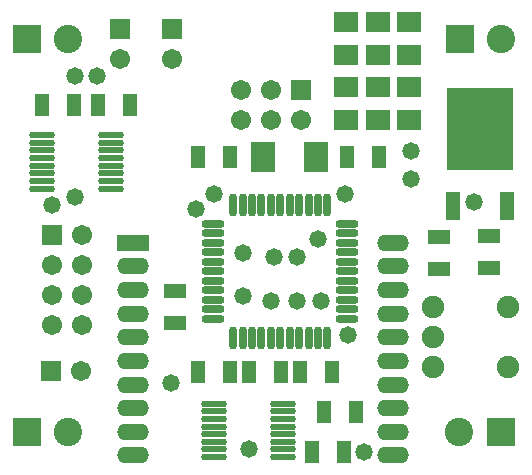
<source format=gts>
%FSTAX23Y23*%
%MOIN*%
%SFA1B1*%

%IPPOS*%
%ADD70R,0.051310X0.074930*%
%ADD71R,0.082800X0.102490*%
%ADD72O,0.086740X0.021780*%
%ADD73R,0.074930X0.051310*%
%ADD74R,0.045400X0.094610*%
%ADD75R,0.224530X0.271780*%
%ADD76O,0.076900X0.029650*%
%ADD77O,0.029650X0.076900*%
%ADD78R,0.078870X0.070990*%
%ADD79R,0.067060X0.067060*%
%ADD80C,0.067060*%
%ADD81O,0.106420X0.055240*%
%ADD82R,0.106420X0.055240*%
%ADD83R,0.067060X0.067060*%
%ADD84C,0.074930*%
%ADD85C,0.094610*%
%ADD86R,0.094610X0.094610*%
%ADD87C,0.058000*%
%LNpcb-1*%
%LPD*%
G54D70*
X00813Y01105D03*
X00706D03*
X01201D03*
X01308D03*
X01233Y00255D03*
X01126D03*
X01193Y0012D03*
X01086D03*
X01046Y00388D03*
X01153D03*
X00706Y00386D03*
X00813D03*
X00876Y00388D03*
X00983D03*
X00371Y01278D03*
X00478D03*
X00293D03*
X00186D03*
G54D71*
X00921Y01105D03*
X01098D03*
G54D72*
X0076Y00282D03*
Y00257D03*
Y00231D03*
Y00205D03*
Y0018D03*
Y00154D03*
Y00129D03*
Y00103D03*
X00989Y00282D03*
Y00257D03*
Y00231D03*
Y00205D03*
Y0018D03*
Y00154D03*
Y00129D03*
Y00103D03*
X00185Y01177D03*
Y01152D03*
Y01126D03*
Y011D03*
Y01075D03*
Y01049D03*
Y01024D03*
Y00998D03*
X00414Y01177D03*
Y01152D03*
Y01126D03*
Y011D03*
Y01075D03*
Y01049D03*
Y01024D03*
Y00998D03*
G54D73*
X01675Y00841D03*
Y00735D03*
X0151Y00731D03*
Y00838D03*
X0063Y00656D03*
Y0055D03*
G54D74*
X01555Y00939D03*
X01734D03*
G54D75*
X01645Y01197D03*
G54D76*
X01202Y0088D03*
Y00849D03*
Y00817D03*
Y00786D03*
Y00754D03*
Y00723D03*
Y00691D03*
Y0066D03*
Y00628D03*
Y00597D03*
Y00565D03*
X00757D03*
Y00597D03*
Y00628D03*
Y0066D03*
Y00691D03*
Y00723D03*
Y00754D03*
Y00786D03*
Y00817D03*
Y00849D03*
Y0088D03*
G54D77*
X01137Y005D03*
X01105D03*
X01074D03*
X01042D03*
X01011D03*
X0098D03*
X00948D03*
X00917D03*
X00885D03*
X00854D03*
X00822D03*
Y00945D03*
X00854D03*
X00885D03*
X00917D03*
X00948D03*
X0098D03*
X01011D03*
X01042D03*
X01074D03*
X01105D03*
X01137D03*
G54D78*
X0141Y01228D03*
Y01338D03*
X01304Y01228D03*
Y01338D03*
X01198Y01228D03*
Y01338D03*
X0141Y01443D03*
Y01553D03*
X01304Y01443D03*
Y01553D03*
X01198Y01443D03*
Y01553D03*
G54D79*
X00445Y0153D03*
X0062D03*
X0022Y00845D03*
G54D80*
X00445Y0143D03*
X00315Y0039D03*
X0085Y01228D03*
Y01328D03*
X0095Y01228D03*
Y01328D03*
X0105Y01228D03*
X0062Y0143D03*
X0032Y00845D03*
X0022Y00745D03*
X0032D03*
X0022Y00645D03*
X0032D03*
X0022Y00545D03*
X0032D03*
G54D81*
X01356Y00109D03*
Y00188D03*
Y00266D03*
Y00345D03*
Y00424D03*
Y00503D03*
Y00581D03*
Y0066D03*
Y00739D03*
Y00818D03*
X0049Y00109D03*
Y00188D03*
Y00266D03*
Y00345D03*
Y00424D03*
Y00503D03*
Y00581D03*
Y0066D03*
Y00739D03*
G54D82*
X0049Y00818D03*
G54D83*
X00215Y0039D03*
X0105Y01328D03*
G54D84*
X0149Y00403D03*
Y00503D03*
Y00603D03*
X0174D03*
Y00403D03*
G54D85*
X01577Y00188D03*
X01717Y01498D03*
X00272D03*
Y00188D03*
G54D86*
X01715Y00188D03*
X0158Y01498D03*
X00135D03*
Y00188D03*
G54D87*
X0076Y0098D03*
X007Y0093D03*
X00855Y0064D03*
X01205Y0051D03*
X0022Y00945D03*
X01105Y0083D03*
X01415Y0103D03*
Y01125D03*
X0095Y00625D03*
X01035D03*
X00295Y01375D03*
X0126Y0012D03*
X0096Y0077D03*
X01035D03*
X00615Y0035D03*
X0037Y01375D03*
X00295Y0097D03*
X00855Y00785D03*
X01115Y00625D03*
X01195Y0098D03*
X01625Y00955D03*
X00875Y0013D03*
M02*
</source>
